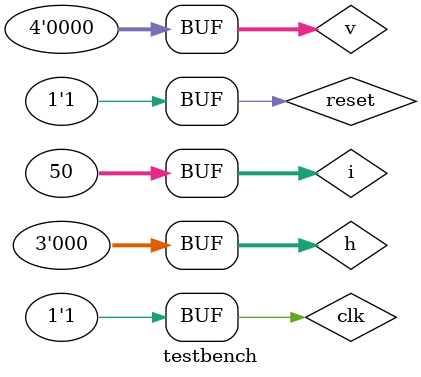
<source format=v>
`timescale 1ns/1ps
module testbench();

reg clk, reset;
reg [1:3] h;
reg [1:4] v;
wire [4:0] q;
wire open;

Lock dut_instance (clk, reset, h, v, q, open);

integer i;

initial begin
for(i=0; i<50; i=i+1)
	begin
		clk = 1'b0;
		#5;
		clk = 1'b1;
		#5;
	end
end

initial begin
reset = 1'b0;
#6;
reset = 1'b1;

h = 3'b000;
v = 4'b0000;

#24;
//		1
h = 3'b100;
v = 4'b1000;

#10;

h = 3'b000;
v = 3'b000;

#10;
//		1
h = 3'b100;
v = 4'b1000;

#10;

h = 3'b000;
v = 4'b0000;

#10;
// 	0
h = 3'b010;
v = 4'b0001;

#10;

h = 3'b000;
v = 4'b0000;

#10;
// 6 - wrong
h = 3'b001;
v = 4'b0100;

#10;

h = 3'b000;
v = 4'b0000;

#10;

//		1
h = 3'b100;
v = 4'b1000;

#10;

h = 3'b000;
v = 3'b000;

#10;
//		1
h = 3'b100;
v = 4'b1000;

#10;

h = 3'b000;
v = 4'b0000;

#10;
// 	0
h = 3'b010;
v = 4'b0001;

#10;

h = 3'b000;
v = 4'b0000;

#10;
// 5 - right sequence 
h = 3'b010;
v = 4'b0100;

#10;

h = 3'b000;
v = 4'b0000;

end

endmodule

</source>
